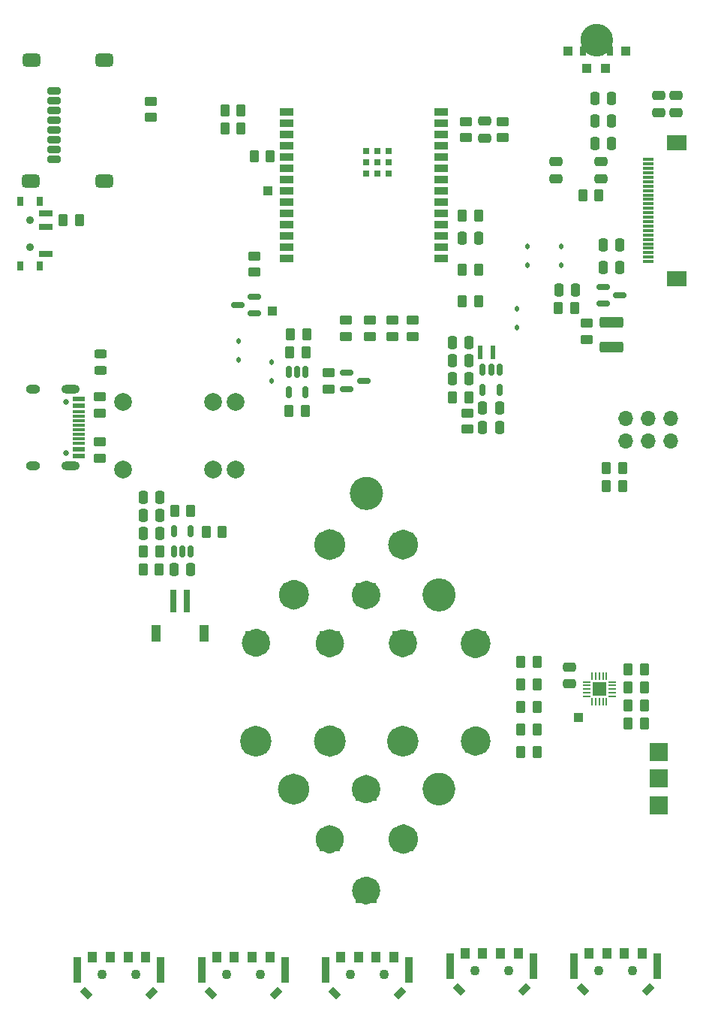
<source format=gbr>
%TF.GenerationSoftware,KiCad,Pcbnew,7.99.0-3134-gf47cc39208*%
%TF.CreationDate,2023-12-05T20:49:35+00:00*%
%TF.ProjectId,hh2024,68683230-3234-42e6-9b69-6361645f7063,rev?*%
%TF.SameCoordinates,Original*%
%TF.FileFunction,Soldermask,Bot*%
%TF.FilePolarity,Negative*%
%FSLAX46Y46*%
G04 Gerber Fmt 4.6, Leading zero omitted, Abs format (unit mm)*
G04 Created by KiCad (PCBNEW 7.99.0-3134-gf47cc39208) date 2023-12-05 20:49:35*
%MOMM*%
%LPD*%
G01*
G04 APERTURE LIST*
G04 Aperture macros list*
%AMRoundRect*
0 Rectangle with rounded corners*
0 $1 Rounding radius*
0 $2 $3 $4 $5 $6 $7 $8 $9 X,Y pos of 4 corners*
0 Add a 4 corners polygon primitive as box body*
4,1,4,$2,$3,$4,$5,$6,$7,$8,$9,$2,$3,0*
0 Add four circle primitives for the rounded corners*
1,1,$1+$1,$2,$3*
1,1,$1+$1,$4,$5*
1,1,$1+$1,$6,$7*
1,1,$1+$1,$8,$9*
0 Add four rect primitives between the rounded corners*
20,1,$1+$1,$2,$3,$4,$5,0*
20,1,$1+$1,$4,$5,$6,$7,0*
20,1,$1+$1,$6,$7,$8,$9,0*
20,1,$1+$1,$8,$9,$2,$3,0*%
%AMRotRect*
0 Rectangle, with rotation*
0 The origin of the aperture is its center*
0 $1 length*
0 $2 width*
0 $3 Rotation angle, in degrees counterclockwise*
0 Add horizontal line*
21,1,$1,$2,0,0,$3*%
G04 Aperture macros list end*
%ADD10C,1.592146*%
%ADD11C,1.681336*%
%ADD12C,1.701999*%
%ADD13C,1.780030*%
%ADD14C,1.710776*%
%ADD15C,1.632645*%
%ADD16C,1.810000*%
%ADD17C,1.900111*%
%ADD18C,1.656310*%
%ADD19C,1.590537*%
%ADD20C,1.606519*%
%ADD21C,1.580304*%
%ADD22C,1.630294*%
%ADD23C,1.770000*%
%ADD24C,1.840460*%
%ADD25C,1.611192*%
%ADD26C,1.880112*%
%ADD27C,1.740122*%
%ADD28C,1.670127*%
%ADD29C,1.833243*%
%ADD30R,0.770000X0.950000*%
%ADD31RoundRect,0.250000X0.262500X0.450000X-0.262500X0.450000X-0.262500X-0.450000X0.262500X-0.450000X0*%
%ADD32R,1.000000X1.300000*%
%ADD33R,0.900000X3.000000*%
%ADD34RotRect,1.200000X0.800000X45.000000*%
%ADD35C,1.100000*%
%ADD36RotRect,1.200000X0.800000X315.000000*%
%ADD37RoundRect,0.112500X0.112500X-0.187500X0.112500X0.187500X-0.112500X0.187500X-0.112500X-0.187500X0*%
%ADD38RoundRect,0.250000X-0.262500X-0.450000X0.262500X-0.450000X0.262500X0.450000X-0.262500X0.450000X0*%
%ADD39RoundRect,0.250000X-0.250000X-0.475000X0.250000X-0.475000X0.250000X0.475000X-0.250000X0.475000X0*%
%ADD40RoundRect,0.250000X-0.450000X0.262500X-0.450000X-0.262500X0.450000X-0.262500X0.450000X0.262500X0*%
%ADD41R,1.000000X1.000000*%
%ADD42R,2.000000X2.000000*%
%ADD43R,0.800000X0.800000*%
%ADD44R,1.500000X0.900000*%
%ADD45RoundRect,0.150000X-0.587500X-0.150000X0.587500X-0.150000X0.587500X0.150000X-0.587500X0.150000X0*%
%ADD46RoundRect,0.150000X0.587500X0.150000X-0.587500X0.150000X-0.587500X-0.150000X0.587500X-0.150000X0*%
%ADD47R,1.100000X1.900000*%
%ADD48R,0.700000X2.500000*%
%ADD49RoundRect,0.250000X0.450000X-0.262500X0.450000X0.262500X-0.450000X0.262500X-0.450000X-0.262500X0*%
%ADD50RoundRect,0.250000X0.250000X0.475000X-0.250000X0.475000X-0.250000X-0.475000X0.250000X-0.475000X0*%
%ADD51RoundRect,0.150000X-0.150000X0.512500X-0.150000X-0.512500X0.150000X-0.512500X0.150000X0.512500X0*%
%ADD52C,2.000000*%
%ADD53O,1.700000X1.700000*%
%ADD54RoundRect,0.112500X-0.112500X0.187500X-0.112500X-0.187500X0.112500X-0.187500X0.112500X0.187500X0*%
%ADD55O,2.100000X1.000000*%
%ADD56O,1.600000X1.000000*%
%ADD57R,1.450000X0.600000*%
%ADD58R,1.450000X0.300000*%
%ADD59C,0.650000*%
%ADD60RoundRect,0.137500X-0.137500X-0.662500X0.137500X-0.662500X0.137500X0.662500X-0.137500X0.662500X0*%
%ADD61R,2.200000X1.800000*%
%ADD62R,1.300000X0.300000*%
%ADD63RoundRect,0.250000X0.475000X-0.250000X0.475000X0.250000X-0.475000X0.250000X-0.475000X-0.250000X0*%
%ADD64RoundRect,0.150000X0.150000X-0.512500X0.150000X0.512500X-0.150000X0.512500X-0.150000X-0.512500X0*%
%ADD65R,0.500000X0.500000*%
%ADD66R,0.700000X1.000000*%
%ADD67RoundRect,0.250000X1.075000X-0.375000X1.075000X0.375000X-1.075000X0.375000X-1.075000X-0.375000X0*%
%ADD68RoundRect,0.250000X-0.475000X0.250000X-0.475000X-0.250000X0.475000X-0.250000X0.475000X0.250000X0*%
%ADD69R,1.500000X0.700000*%
%ADD70R,0.800000X1.000000*%
%ADD71C,0.900000*%
%ADD72RoundRect,0.375000X-0.625000X0.375000X-0.625000X-0.375000X0.625000X-0.375000X0.625000X0.375000X0*%
%ADD73RoundRect,0.200000X-0.550000X0.200000X-0.550000X-0.200000X0.550000X-0.200000X0.550000X0.200000X0*%
%ADD74RoundRect,0.243750X-0.456250X0.243750X-0.456250X-0.243750X0.456250X-0.243750X0.456250X0.243750X0*%
%ADD75R,1.650000X1.650000*%
%ADD76RoundRect,0.050000X0.050000X0.375000X-0.050000X0.375000X-0.050000X-0.375000X0.050000X-0.375000X0*%
%ADD77RoundRect,0.050000X0.375000X0.050000X-0.375000X0.050000X-0.375000X-0.050000X0.375000X-0.050000X0*%
G04 APERTURE END LIST*
D10*
X120366073Y-114720000D02*
G75*
G02*
X120366073Y-114720000I-796073J0D01*
G01*
D11*
X145190668Y-114795000D02*
G75*
G02*
X145190668Y-114795000I-840668J0D01*
G01*
D12*
X137020999Y-103650000D02*
G75*
G02*
X137020999Y-103650000I-850999J0D01*
G01*
D13*
X124710015Y-131210000D02*
G75*
G02*
X124710015Y-131210000I-890015J0D01*
G01*
D14*
X124705388Y-109290000D02*
G75*
G02*
X124705388Y-109290000I-855388J0D01*
G01*
D15*
X132806322Y-131210000D02*
G75*
G02*
X132806322Y-131210000I-816322J0D01*
G01*
D16*
X128805000Y-125790000D02*
G75*
G02*
X128805000Y-125790000I-905000J0D01*
G01*
D17*
X132980055Y-97880000D02*
G75*
G02*
X132980055Y-97880000I-950055J0D01*
G01*
D18*
X137018155Y-136840000D02*
G75*
G02*
X137018155Y-136840000I-828155J0D01*
G01*
D19*
X136945268Y-114770000D02*
G75*
G02*
X136945268Y-114770000I-795268J0D01*
G01*
D20*
X128693259Y-136860000D02*
G75*
G02*
X128693259Y-136860000I-803259J0D01*
G01*
D21*
X132790152Y-142630000D02*
G75*
G02*
X132790152Y-142630000I-790152J0D01*
G01*
D22*
X132805147Y-109330000D02*
G75*
G02*
X132805147Y-109330000I-815147J0D01*
G01*
D23*
X137015000Y-125810000D02*
G75*
G02*
X137015000Y-125810000I-885000J0D01*
G01*
D24*
X141130230Y-131200000D02*
G75*
G02*
X141130230Y-131200000I-920230J0D01*
G01*
D23*
X120425000Y-125810000D02*
G75*
G02*
X120425000Y-125810000I-885000J0D01*
G01*
D25*
X128705596Y-114770000D02*
G75*
G02*
X128705596Y-114770000I-805596J0D01*
G01*
D26*
X141160056Y-109320000D02*
G75*
G02*
X141160056Y-109320000I-940056J0D01*
G01*
D27*
X128760061Y-103650000D02*
G75*
G02*
X128760061Y-103650000I-870061J0D01*
G01*
D28*
X145195063Y-125780000D02*
G75*
G02*
X145195063Y-125780000I-835063J0D01*
G01*
D29*
X158934079Y-46800000D02*
G75*
G02*
X158934079Y-46800000I-916621J0D01*
G01*
D30*
%TO.C,D8*%
X136990000Y-102725000D03*
X135360000Y-102725000D03*
%TD*%
D31*
%TO.C,R23*%
X149455500Y-124460000D03*
X151280500Y-124460000D03*
%TD*%
D32*
%TO.C,SW2*%
X119133000Y-150144000D03*
X117133000Y-150144000D03*
X121133000Y-150144000D03*
X115133000Y-150144000D03*
D33*
X122833000Y-151594000D03*
D34*
X121813000Y-154204000D03*
D35*
X120033000Y-152094000D03*
X116233000Y-152094000D03*
D36*
X114453000Y-154204000D03*
D33*
X113433000Y-151594000D03*
%TD*%
D37*
%TO.C,D2*%
X149037000Y-77055000D03*
X149037000Y-79155000D03*
%TD*%
D38*
%TO.C,R7*%
X144676500Y-66548000D03*
X142851500Y-66548000D03*
%TD*%
D30*
%TO.C,D12*%
X128695000Y-102705000D03*
X127065000Y-102705000D03*
%TD*%
D39*
%TO.C,C7*%
X108747700Y-98321750D03*
X106847700Y-98321750D03*
%TD*%
%TO.C,C21*%
X159700000Y-58420000D03*
X157800000Y-58420000D03*
%TD*%
%TO.C,C16*%
X159700000Y-55880000D03*
X157800000Y-55880000D03*
%TD*%
D38*
%TO.C,R18*%
X108634000Y-106449750D03*
X106809000Y-106449750D03*
%TD*%
D39*
%TO.C,C22*%
X159700000Y-53340000D03*
X157800000Y-53340000D03*
%TD*%
D40*
%TO.C,R39*%
X132450000Y-80162500D03*
X132450000Y-78337500D03*
%TD*%
D30*
%TO.C,D22*%
X118755000Y-126765000D03*
X120385000Y-126765000D03*
%TD*%
D41*
%TO.C,GPIO 23*%
X120890000Y-63740000D03*
%TD*%
D31*
%TO.C,R27*%
X149455500Y-121920000D03*
X151280500Y-121920000D03*
%TD*%
D38*
%TO.C,R15*%
X125274900Y-79965100D03*
X123449900Y-79965100D03*
%TD*%
%TO.C,R12*%
X143558900Y-87081400D03*
X141733900Y-87081400D03*
%TD*%
D31*
%TO.C,R25*%
X149455500Y-127000000D03*
X151280500Y-127000000D03*
%TD*%
D42*
%TO.C,GND*%
X165000000Y-133000000D03*
%TD*%
D30*
%TO.C,D9*%
X120340000Y-113795000D03*
X118710000Y-113795000D03*
%TD*%
D31*
%TO.C,R32*%
X116054500Y-54737000D03*
X117879500Y-54737000D03*
%TD*%
D43*
%TO.C,U1*%
X132010000Y-59327000D03*
X132010000Y-60577000D03*
X132010000Y-61827000D03*
X133260000Y-59327000D03*
X133260000Y-60577000D03*
X133260000Y-61827000D03*
X134510000Y-59327000D03*
X134510000Y-60577000D03*
X134510000Y-61827000D03*
D44*
X123005000Y-54857000D03*
X123005000Y-56127000D03*
X123005000Y-57397000D03*
X123005000Y-58667000D03*
X123005000Y-59937000D03*
X123005000Y-61207000D03*
X123005000Y-62477000D03*
X123005000Y-63747000D03*
X123005000Y-65017000D03*
X123005000Y-66287000D03*
X123005000Y-67557000D03*
X123005000Y-68827000D03*
X123005000Y-70097000D03*
X123005000Y-71367000D03*
X140505000Y-71367000D03*
X140505000Y-70097000D03*
X140505000Y-68827000D03*
X140505000Y-67557000D03*
X140505000Y-66287000D03*
X140505000Y-65017000D03*
X140505000Y-63747000D03*
X140505000Y-62477000D03*
X140505000Y-61207000D03*
X140505000Y-59937000D03*
X140505000Y-58667000D03*
X140505000Y-57397000D03*
X140505000Y-56127000D03*
X140505000Y-54857000D03*
%TD*%
D45*
%TO.C,Q1*%
X131703000Y-85197500D03*
X129828000Y-84247500D03*
X129828000Y-86147500D03*
%TD*%
D41*
%TO.C,DOUT*%
X154800000Y-48000000D03*
%TD*%
D46*
%TO.C,Q3*%
X117505000Y-76642000D03*
X119380000Y-77592000D03*
X119380000Y-75692000D03*
%TD*%
D47*
%TO.C,J5*%
X108311500Y-113605750D03*
X113711500Y-113605750D03*
D48*
X110261500Y-110005750D03*
X111761500Y-110005750D03*
%TD*%
D49*
%TO.C,R8*%
X119380000Y-71120000D03*
X119380000Y-72945000D03*
%TD*%
D50*
%TO.C,C13*%
X106837500Y-102404500D03*
X108737500Y-102404500D03*
%TD*%
D32*
%TO.C,SW4*%
X147145000Y-149710500D03*
X145145000Y-149710500D03*
X149145000Y-149710500D03*
X143145000Y-149710500D03*
D33*
X150845000Y-151160500D03*
D34*
X149825000Y-153770500D03*
D35*
X148045000Y-151660500D03*
X144245000Y-151660500D03*
D36*
X142465000Y-153770500D03*
D33*
X141445000Y-151160500D03*
%TD*%
D38*
%TO.C,R20*%
X125224100Y-82022500D03*
X123399100Y-82022500D03*
%TD*%
D31*
%TO.C,R35*%
X116054500Y-56769000D03*
X117879500Y-56769000D03*
%TD*%
D49*
%TO.C,R6*%
X143256000Y-55983500D03*
X143256000Y-57808500D03*
%TD*%
D50*
%TO.C,C5*%
X145148400Y-88267900D03*
X147048400Y-88267900D03*
%TD*%
D51*
%TO.C,U2*%
X145148400Y-86230400D03*
X147048400Y-86230400D03*
X147048400Y-83955400D03*
X146098400Y-83955400D03*
X145148400Y-83955400D03*
%TD*%
D50*
%TO.C,C10*%
X141696400Y-82890400D03*
X143596400Y-82890400D03*
%TD*%
D38*
%TO.C,R22*%
X158265500Y-64262000D03*
X156440500Y-64262000D03*
%TD*%
D30*
%TO.C,D17*%
X143520000Y-126670000D03*
X145150000Y-126670000D03*
%TD*%
D52*
%TO.C,K1*%
X104550000Y-95210000D03*
X114710000Y-95210000D03*
X117250000Y-95210000D03*
X117250000Y-87590000D03*
X114710000Y-87590000D03*
X104550000Y-87590000D03*
%TD*%
D40*
%TO.C,R16*%
X127766000Y-86110000D03*
X127766000Y-84285000D03*
%TD*%
D38*
%TO.C,R19*%
X108700000Y-104436500D03*
X106875000Y-104436500D03*
%TD*%
D37*
%TO.C,D3*%
X150180000Y-70070000D03*
X150180000Y-72170000D03*
%TD*%
D31*
%TO.C,R30*%
X161565500Y-117738000D03*
X163390500Y-117738000D03*
%TD*%
D30*
%TO.C,D15*%
X131185000Y-143605000D03*
X132815000Y-143605000D03*
%TD*%
D31*
%TO.C,R29*%
X161565500Y-119770000D03*
X163390500Y-119770000D03*
%TD*%
D32*
%TO.C,SW1*%
X105133000Y-150144000D03*
X103133000Y-150144000D03*
X107133000Y-150144000D03*
X101133000Y-150144000D03*
D33*
X108833000Y-151594000D03*
D34*
X107813000Y-154204000D03*
D35*
X106033000Y-152094000D03*
X102233000Y-152094000D03*
D36*
X100453000Y-154204000D03*
D33*
X99433000Y-151594000D03*
%TD*%
D41*
%TO.C,GND*%
X156900000Y-50000000D03*
%TD*%
D30*
%TO.C,D20*%
X135345000Y-126755000D03*
X136975000Y-126755000D03*
%TD*%
D31*
%TO.C,R28*%
X161565500Y-121802000D03*
X163390500Y-121802000D03*
%TD*%
%TO.C,R24*%
X149455500Y-116840000D03*
X151280500Y-116840000D03*
%TD*%
%TO.C,R33*%
X119350000Y-59925000D03*
X121175000Y-59925000D03*
%TD*%
D30*
%TO.C,D5*%
X128715000Y-113795000D03*
X127085000Y-113795000D03*
%TD*%
D39*
%TO.C,C19*%
X160655000Y-69850000D03*
X158755000Y-69850000D03*
%TD*%
D41*
%TO.C,TP3*%
X121450000Y-77325000D03*
%TD*%
D45*
%TO.C,Q2*%
X160642500Y-75565000D03*
X158767500Y-74615000D03*
X158767500Y-76515000D03*
%TD*%
D32*
%TO.C,SW3*%
X133133000Y-150144000D03*
X131133000Y-150144000D03*
X135133000Y-150144000D03*
X129133000Y-150144000D03*
D33*
X136833000Y-151594000D03*
D34*
X135813000Y-154204000D03*
D35*
X134033000Y-152094000D03*
X130233000Y-152094000D03*
D36*
X128453000Y-154204000D03*
D33*
X127433000Y-151594000D03*
%TD*%
D37*
%TO.C,D1*%
X121361200Y-83125600D03*
X121361200Y-85225600D03*
%TD*%
D49*
%TO.C,R36*%
X156900000Y-78687500D03*
X156900000Y-80512500D03*
%TD*%
D53*
%TO.C,J1*%
X166385000Y-91943000D03*
X166385000Y-89403000D03*
X163845000Y-91943000D03*
X163845000Y-89403000D03*
X161305000Y-91943000D03*
X161305000Y-89403000D03*
%TD*%
D40*
%TO.C,R40*%
X137250000Y-80162500D03*
X137250000Y-78337500D03*
%TD*%
D54*
%TO.C,D4*%
X153990000Y-72170000D03*
X153990000Y-70070000D03*
%TD*%
D31*
%TO.C,R10*%
X142851500Y-72644000D03*
X144676500Y-72644000D03*
%TD*%
%TO.C,R26*%
X149455500Y-119380000D03*
X151280500Y-119380000D03*
%TD*%
D30*
%TO.C,D14*%
X132790000Y-108415000D03*
X131160000Y-108415000D03*
%TD*%
%TO.C,D13*%
X141065000Y-108450000D03*
X139435000Y-108450000D03*
%TD*%
D55*
%TO.C,J4*%
X98620000Y-86120000D03*
D56*
X94440000Y-86120000D03*
D55*
X98620000Y-94760000D03*
D56*
X94440000Y-94760000D03*
D57*
X99535000Y-93690000D03*
X99535000Y-92890000D03*
D58*
X99535000Y-92190000D03*
X99535000Y-91190000D03*
X99535000Y-89690000D03*
X99535000Y-88690000D03*
D57*
X99535000Y-87990000D03*
X99535000Y-87190000D03*
X99535000Y-87190000D03*
X99535000Y-87990000D03*
D58*
X99535000Y-89190000D03*
X99535000Y-90190000D03*
X99535000Y-90690000D03*
X99535000Y-91690000D03*
D57*
X99535000Y-92890000D03*
X99535000Y-93690000D03*
D59*
X98090000Y-87550000D03*
X98090000Y-93330000D03*
%TD*%
D49*
%TO.C,R4*%
X101900000Y-92067500D03*
X101900000Y-93892500D03*
%TD*%
D60*
%TO.C,L1*%
X146292400Y-82001400D03*
X144842400Y-82001400D03*
%TD*%
D61*
%TO.C,J6*%
X167050000Y-73650000D03*
X167050000Y-58350000D03*
D62*
X163800000Y-71750000D03*
X163800000Y-71250000D03*
X163800000Y-70750000D03*
X163800000Y-70250000D03*
X163800000Y-69750000D03*
X163800000Y-69250000D03*
X163800000Y-68750000D03*
X163800000Y-68250000D03*
X163800000Y-67750000D03*
X163800000Y-67250000D03*
X163800000Y-66750000D03*
X163800000Y-66250000D03*
X163800000Y-65750000D03*
X163800000Y-65250000D03*
X163800000Y-64750000D03*
X163800000Y-64250000D03*
X163800000Y-63750000D03*
X163800000Y-63250000D03*
X163800000Y-62750000D03*
X163800000Y-62250000D03*
X163800000Y-61750000D03*
X163800000Y-61250000D03*
X163800000Y-60750000D03*
X163800000Y-60250000D03*
%TD*%
D63*
%TO.C,C2*%
X154900000Y-117450000D03*
X154900000Y-119350000D03*
%TD*%
D38*
%TO.C,R13*%
X112190000Y-99845750D03*
X110365000Y-99845750D03*
%TD*%
D30*
%TO.C,D16*%
X139375000Y-132095000D03*
X141005000Y-132095000D03*
%TD*%
D64*
%TO.C,U3*%
X112227500Y-102131750D03*
X110327500Y-102131750D03*
X110327500Y-104406750D03*
X111277500Y-104406750D03*
X112227500Y-104406750D03*
%TD*%
D31*
%TO.C,R43*%
X161565500Y-123834000D03*
X163390500Y-123834000D03*
%TD*%
D65*
%TO.C,D26*%
X158430000Y-48250000D03*
D66*
X159510000Y-48000000D03*
D65*
X157580000Y-48250000D03*
D66*
X156500000Y-48000000D03*
%TD*%
D39*
%TO.C,C18*%
X160655000Y-72390000D03*
X158755000Y-72390000D03*
%TD*%
D30*
%TO.C,D10*%
X136965000Y-113795000D03*
X135335000Y-113795000D03*
%TD*%
D50*
%TO.C,C11*%
X141696400Y-80858400D03*
X143596400Y-80858400D03*
%TD*%
D63*
%TO.C,C1*%
X145338800Y-55946000D03*
X145338800Y-57846000D03*
%TD*%
D38*
%TO.C,R14*%
X115746000Y-102248750D03*
X113921000Y-102248750D03*
%TD*%
D30*
%TO.C,D24*%
X123015000Y-132135000D03*
X124645000Y-132135000D03*
%TD*%
D40*
%TO.C,R34*%
X147370800Y-57808500D03*
X147370800Y-55983500D03*
%TD*%
D30*
%TO.C,D23*%
X127085000Y-137765000D03*
X128715000Y-137765000D03*
%TD*%
D42*
%TO.C,SWIO*%
X165000000Y-127000000D03*
%TD*%
D39*
%TO.C,C8*%
X143596400Y-84922400D03*
X141696400Y-84922400D03*
%TD*%
D49*
%TO.C,R38*%
X129750000Y-78337500D03*
X129750000Y-80162500D03*
%TD*%
D67*
%TO.C,L2*%
X159705000Y-78610000D03*
X159705000Y-81410000D03*
%TD*%
D41*
%TO.C,3.3V*%
X159000000Y-50000000D03*
%TD*%
D38*
%TO.C,R3*%
X160912500Y-95000000D03*
X159087500Y-95000000D03*
%TD*%
%TO.C,R21*%
X155532500Y-76962000D03*
X153707500Y-76962000D03*
%TD*%
D63*
%TO.C,C20*%
X158496000Y-60518000D03*
X158496000Y-62418000D03*
%TD*%
D30*
%TO.C,D21*%
X127085000Y-126735000D03*
X128715000Y-126735000D03*
%TD*%
D37*
%TO.C,D25*%
X117602000Y-80738000D03*
X117602000Y-82838000D03*
%TD*%
D31*
%TO.C,R9*%
X142851500Y-76200000D03*
X144676500Y-76200000D03*
%TD*%
D68*
%TO.C,C23*%
X167000000Y-54950000D03*
X167000000Y-53050000D03*
%TD*%
D50*
%TO.C,C4*%
X142814000Y-69088000D03*
X144714000Y-69088000D03*
%TD*%
D39*
%TO.C,C9*%
X108737500Y-100353750D03*
X106837500Y-100353750D03*
%TD*%
D30*
%TO.C,D18*%
X131185000Y-132135000D03*
X132815000Y-132135000D03*
%TD*%
D32*
%TO.C,SW5*%
X161145000Y-149710500D03*
X159145000Y-149710500D03*
X163145000Y-149710500D03*
X157145000Y-149710500D03*
D33*
X164845000Y-151160500D03*
D34*
X163825000Y-153770500D03*
D35*
X162045000Y-151660500D03*
X158245000Y-151660500D03*
D36*
X156465000Y-153770500D03*
D33*
X155445000Y-151160500D03*
%TD*%
D30*
%TO.C,D6*%
X145165000Y-113820000D03*
X143535000Y-113820000D03*
%TD*%
D63*
%TO.C,C15*%
X165000000Y-53050000D03*
X165000000Y-54950000D03*
%TD*%
D31*
%TO.C,R31*%
X97805500Y-67076000D03*
X99630500Y-67076000D03*
%TD*%
D50*
%TO.C,C6*%
X145148400Y-90426900D03*
X147048400Y-90426900D03*
%TD*%
D41*
%TO.C,Reset*%
X155925000Y-123125000D03*
%TD*%
D38*
%TO.C,R2*%
X160912500Y-97032000D03*
X159087500Y-97032000D03*
%TD*%
D68*
%TO.C,C17*%
X153416000Y-62418000D03*
X153416000Y-60518000D03*
%TD*%
D39*
%TO.C,C12*%
X112227500Y-106449750D03*
X110327500Y-106449750D03*
%TD*%
D69*
%TO.C,SW6*%
X95830000Y-66350000D03*
X95830000Y-67850000D03*
X95830000Y-70850000D03*
D70*
X95180000Y-64950000D03*
X92970000Y-64950000D03*
D71*
X94070000Y-67100000D03*
X94070000Y-70100000D03*
D70*
X95180000Y-72250000D03*
X92970000Y-72250000D03*
%TD*%
D42*
%TO.C,3.3V*%
X165000000Y-130000000D03*
%TD*%
D40*
%TO.C,R11*%
X143408400Y-90660900D03*
X143408400Y-88835900D03*
%TD*%
D49*
%TO.C,R1*%
X107696000Y-53697500D03*
X107696000Y-55522500D03*
%TD*%
D72*
%TO.C,J3*%
X102489000Y-49080000D03*
X94239000Y-49080000D03*
X102489000Y-62680000D03*
X94189000Y-62680000D03*
D73*
X96789000Y-60230000D03*
X96789000Y-59130000D03*
X96789000Y-58030000D03*
X96789000Y-56930000D03*
X96789000Y-55830000D03*
X96789000Y-54730000D03*
X96789000Y-53630000D03*
X96789000Y-52530000D03*
%TD*%
D38*
%TO.C,R17*%
X125097100Y-88626500D03*
X123272100Y-88626500D03*
%TD*%
D74*
%TO.C,F1*%
X102000000Y-84037500D03*
X102000000Y-82162500D03*
%TD*%
D41*
%TO.C,DIN*%
X161300000Y-48000000D03*
%TD*%
D30*
%TO.C,D7*%
X132825000Y-96985000D03*
X131195000Y-96985000D03*
%TD*%
D39*
%TO.C,C14*%
X155636000Y-74930000D03*
X153736000Y-74930000D03*
%TD*%
D30*
%TO.C,D11*%
X124635000Y-108385000D03*
X123005000Y-108385000D03*
%TD*%
D40*
%TO.C,R5*%
X101900000Y-88812500D03*
X101900000Y-86987500D03*
%TD*%
D75*
%TO.C,U5*%
X158316000Y-119926000D03*
D76*
X157516000Y-121376000D03*
X157916000Y-121376000D03*
X158316000Y-121376000D03*
X158716000Y-121376000D03*
X159116000Y-121376000D03*
D77*
X159766000Y-120726000D03*
X159766000Y-120326000D03*
X159766000Y-119926000D03*
X159766000Y-119526000D03*
X159766000Y-119126000D03*
D76*
X159116000Y-118476000D03*
X158716000Y-118476000D03*
X158316000Y-118476000D03*
X157916000Y-118476000D03*
X157516000Y-118476000D03*
D77*
X156866000Y-119126000D03*
X156866000Y-119526000D03*
X156866000Y-119926000D03*
X156866000Y-120326000D03*
X156866000Y-120726000D03*
%TD*%
D30*
%TO.C,D19*%
X135365000Y-137745000D03*
X136995000Y-137745000D03*
%TD*%
D49*
%TO.C,R37*%
X134950000Y-78337500D03*
X134950000Y-80162500D03*
%TD*%
D51*
%TO.C,U4*%
X123234600Y-86462000D03*
X125134600Y-86462000D03*
X125134600Y-84187000D03*
X124184600Y-84187000D03*
X123234600Y-84187000D03*
%TD*%
M02*

</source>
